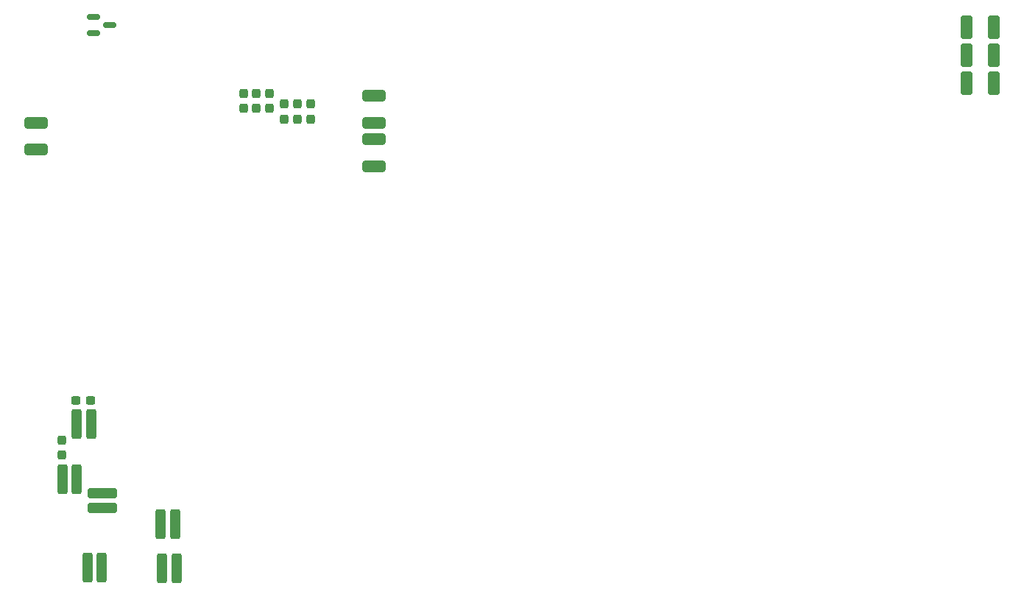
<source format=gbr>
%TF.GenerationSoftware,KiCad,Pcbnew,9.0.7*%
%TF.CreationDate,2026-02-19T04:12:07+03:00*%
%TF.ProjectId,shell-bms,7368656c-6c2d-4626-9d73-2e6b69636164,rev?*%
%TF.SameCoordinates,Original*%
%TF.FileFunction,Paste,Bot*%
%TF.FilePolarity,Positive*%
%FSLAX46Y46*%
G04 Gerber Fmt 4.6, Leading zero omitted, Abs format (unit mm)*
G04 Created by KiCad (PCBNEW 9.0.7) date 2026-02-19 04:12:07*
%MOMM*%
%LPD*%
G01*
G04 APERTURE LIST*
G04 Aperture macros list*
%AMRoundRect*
0 Rectangle with rounded corners*
0 $1 Rounding radius*
0 $2 $3 $4 $5 $6 $7 $8 $9 X,Y pos of 4 corners*
0 Add a 4 corners polygon primitive as box body*
4,1,4,$2,$3,$4,$5,$6,$7,$8,$9,$2,$3,0*
0 Add four circle primitives for the rounded corners*
1,1,$1+$1,$2,$3*
1,1,$1+$1,$4,$5*
1,1,$1+$1,$6,$7*
1,1,$1+$1,$8,$9*
0 Add four rect primitives between the rounded corners*
20,1,$1+$1,$2,$3,$4,$5,0*
20,1,$1+$1,$4,$5,$6,$7,0*
20,1,$1+$1,$6,$7,$8,$9,0*
20,1,$1+$1,$8,$9,$2,$3,0*%
G04 Aperture macros list end*
%ADD10RoundRect,0.250000X0.337500X1.450000X-0.337500X1.450000X-0.337500X-1.450000X0.337500X-1.450000X0*%
%ADD11RoundRect,0.250000X-1.075000X0.400000X-1.075000X-0.400000X1.075000X-0.400000X1.075000X0.400000X0*%
%ADD12RoundRect,0.237500X-0.237500X0.300000X-0.237500X-0.300000X0.237500X-0.300000X0.237500X0.300000X0*%
%ADD13RoundRect,0.250000X1.450000X-0.337500X1.450000X0.337500X-1.450000X0.337500X-1.450000X-0.337500X0*%
%ADD14RoundRect,0.237500X-0.300000X-0.237500X0.300000X-0.237500X0.300000X0.237500X-0.300000X0.237500X0*%
%ADD15RoundRect,0.237500X0.237500X-0.300000X0.237500X0.300000X-0.237500X0.300000X-0.237500X-0.300000X0*%
%ADD16RoundRect,0.150000X-0.587500X-0.150000X0.587500X-0.150000X0.587500X0.150000X-0.587500X0.150000X0*%
%ADD17RoundRect,0.250000X0.412500X1.100000X-0.412500X1.100000X-0.412500X-1.100000X0.412500X-1.100000X0*%
%ADD18RoundRect,0.250000X-0.337500X-1.450000X0.337500X-1.450000X0.337500X1.450000X-0.337500X1.450000X0*%
G04 APERTURE END LIST*
D10*
%TO.C,R66*%
X65575000Y-162225000D03*
X63900000Y-162225000D03*
%TD*%
D11*
%TO.C,R28*%
X88442800Y-118008400D03*
X88442800Y-121108400D03*
%TD*%
D10*
%TO.C,R64*%
X65700000Y-167300000D03*
X64025000Y-167300000D03*
%TD*%
D12*
%TO.C,C54*%
X76402450Y-112727400D03*
X76402450Y-114452400D03*
%TD*%
D13*
%TO.C,R62*%
X57150000Y-160375000D03*
X57150000Y-158700000D03*
%TD*%
D14*
%TO.C,C61*%
X54150000Y-148050000D03*
X55875000Y-148050000D03*
%TD*%
D11*
%TO.C,R29*%
X88442800Y-112978000D03*
X88442800Y-116078000D03*
%TD*%
D15*
%TO.C,C47*%
X78128000Y-115669400D03*
X78128000Y-113944400D03*
%TD*%
D10*
%TO.C,R65*%
X55900000Y-150750000D03*
X54225000Y-150750000D03*
%TD*%
D16*
%TO.C,Q4*%
X56162500Y-105800000D03*
X56162500Y-103900000D03*
X58037500Y-104850000D03*
%TD*%
D11*
%TO.C,R57*%
X49550000Y-116100000D03*
X49550000Y-119200000D03*
%TD*%
D15*
%TO.C,C45*%
X79601200Y-115669400D03*
X79601200Y-113944400D03*
%TD*%
D10*
%TO.C,R67*%
X54250000Y-157100000D03*
X52575000Y-157100000D03*
%TD*%
D17*
%TO.C,C19*%
X159742000Y-108344000D03*
X156617000Y-108344000D03*
%TD*%
D18*
%TO.C,R63*%
X55462500Y-167250000D03*
X57137500Y-167250000D03*
%TD*%
D15*
%TO.C,C42*%
X81127600Y-115670500D03*
X81127600Y-113945500D03*
%TD*%
%TO.C,C62*%
X52500000Y-154325000D03*
X52500000Y-152600000D03*
%TD*%
D17*
%TO.C,C20*%
X159717000Y-111544000D03*
X156592000Y-111544000D03*
%TD*%
D12*
%TO.C,C53*%
X74908450Y-112727400D03*
X74908450Y-114452400D03*
%TD*%
%TO.C,C52*%
X73405250Y-112727400D03*
X73405250Y-114452400D03*
%TD*%
D17*
%TO.C,C18*%
X159742000Y-105094000D03*
X156617000Y-105094000D03*
%TD*%
M02*

</source>
